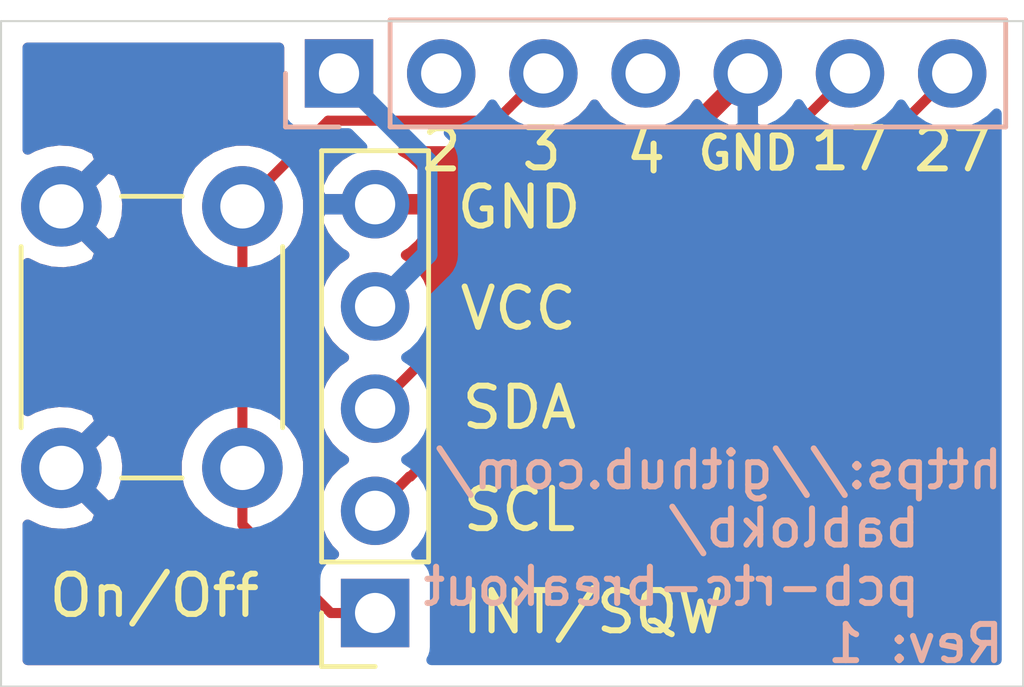
<source format=kicad_pcb>
(kicad_pcb (version 20171130) (host pcbnew 5.1.5-5.1.5)

  (general
    (thickness 1.6)
    (drawings 18)
    (tracks 21)
    (zones 0)
    (modules 3)
    (nets 8)
  )

  (page A4)
  (layers
    (0 F.Cu signal)
    (31 B.Cu signal)
    (32 B.Adhes user)
    (33 F.Adhes user)
    (34 B.Paste user)
    (35 F.Paste user)
    (36 B.SilkS user)
    (37 F.SilkS user)
    (38 B.Mask user)
    (39 F.Mask user)
    (40 Dwgs.User user)
    (41 Cmts.User user)
    (42 Eco1.User user)
    (43 Eco2.User user)
    (44 Edge.Cuts user)
    (45 Margin user)
    (46 B.CrtYd user)
    (47 F.CrtYd user)
    (48 B.Fab user)
    (49 F.Fab user)
  )

  (setup
    (last_trace_width 0.25)
    (trace_clearance 0.2)
    (zone_clearance 0.508)
    (zone_45_only no)
    (trace_min 0.2)
    (via_size 0.8)
    (via_drill 0.4)
    (via_min_size 0.4)
    (via_min_drill 0.3)
    (uvia_size 0.3)
    (uvia_drill 0.1)
    (uvias_allowed no)
    (uvia_min_size 0.2)
    (uvia_min_drill 0.1)
    (edge_width 0.05)
    (segment_width 0.2)
    (pcb_text_width 0.3)
    (pcb_text_size 1.5 1.5)
    (mod_edge_width 0.12)
    (mod_text_size 1 1)
    (mod_text_width 0.15)
    (pad_size 1.524 1.524)
    (pad_drill 0.762)
    (pad_to_mask_clearance 0.051)
    (solder_mask_min_width 0.25)
    (aux_axis_origin 0 0)
    (visible_elements FFFFFF7F)
    (pcbplotparams
      (layerselection 0x010fc_ffffffff)
      (usegerberextensions false)
      (usegerberattributes false)
      (usegerberadvancedattributes false)
      (creategerberjobfile false)
      (excludeedgelayer true)
      (linewidth 0.100000)
      (plotframeref false)
      (viasonmask false)
      (mode 1)
      (useauxorigin false)
      (hpglpennumber 1)
      (hpglpenspeed 20)
      (hpglpendiameter 15.000000)
      (psnegative false)
      (psa4output false)
      (plotreference true)
      (plotvalue true)
      (plotinvisibletext false)
      (padsonsilk false)
      (subtractmaskfromsilk false)
      (outputformat 1)
      (mirror false)
      (drillshape 1)
      (scaleselection 1)
      (outputdirectory ""))
  )

  (net 0 "")
  (net 1 "Net-(J1-Pad7)")
  (net 2 "Net-(J1-Pad6)")
  (net 3 GND)
  (net 4 "Net-(J1-Pad4)")
  (net 5 "Net-(J1-Pad3)")
  (net 6 "Net-(J1-Pad2)")
  (net 7 +3V3)

  (net_class Default "Dies ist die voreingestellte Netzklasse."
    (clearance 0.2)
    (trace_width 0.25)
    (via_dia 0.8)
    (via_drill 0.4)
    (uvia_dia 0.3)
    (uvia_drill 0.1)
    (add_net "Net-(J1-Pad2)")
    (add_net "Net-(J1-Pad3)")
    (add_net "Net-(J1-Pad4)")
    (add_net "Net-(J1-Pad6)")
    (add_net "Net-(J1-Pad7)")
  )

  (net_class +3V3 ""
    (clearance 0.2)
    (trace_width 0.5)
    (via_dia 0.8)
    (via_drill 0.4)
    (uvia_dia 0.3)
    (uvia_drill 0.1)
    (add_net +3V3)
  )

  (net_class GND ""
    (clearance 0.2)
    (trace_width 0.5)
    (via_dia 0.8)
    (via_drill 0.4)
    (uvia_dia 0.3)
    (uvia_drill 0.1)
    (add_net GND)
  )

  (module Button_Switch_THT:SW_PUSH_6mm (layer F.Cu) (tedit 5A02FE31) (tstamp 5EE8FDC7)
    (at 87.3506 64.6938 90)
    (descr https://www.omron.com/ecb/products/pdf/en-b3f.pdf)
    (tags "tact sw push 6mm")
    (path /5EE93F10)
    (fp_text reference SW1 (at 3.25 -2 90) (layer F.SilkS) hide
      (effects (font (size 1 1) (thickness 0.15)))
    )
    (fp_text value SW_Push (at 3.75 6.7 90) (layer F.Fab)
      (effects (font (size 1 1) (thickness 0.15)))
    )
    (fp_circle (center 3.25 2.25) (end 1.25 2.5) (layer F.Fab) (width 0.1))
    (fp_line (start 6.75 3) (end 6.75 1.5) (layer F.SilkS) (width 0.12))
    (fp_line (start 5.5 -1) (end 1 -1) (layer F.SilkS) (width 0.12))
    (fp_line (start -0.25 1.5) (end -0.25 3) (layer F.SilkS) (width 0.12))
    (fp_line (start 1 5.5) (end 5.5 5.5) (layer F.SilkS) (width 0.12))
    (fp_line (start 8 -1.25) (end 8 5.75) (layer F.CrtYd) (width 0.05))
    (fp_line (start 7.75 6) (end -1.25 6) (layer F.CrtYd) (width 0.05))
    (fp_line (start -1.5 5.75) (end -1.5 -1.25) (layer F.CrtYd) (width 0.05))
    (fp_line (start -1.25 -1.5) (end 7.75 -1.5) (layer F.CrtYd) (width 0.05))
    (fp_line (start -1.5 6) (end -1.25 6) (layer F.CrtYd) (width 0.05))
    (fp_line (start -1.5 5.75) (end -1.5 6) (layer F.CrtYd) (width 0.05))
    (fp_line (start -1.5 -1.5) (end -1.25 -1.5) (layer F.CrtYd) (width 0.05))
    (fp_line (start -1.5 -1.25) (end -1.5 -1.5) (layer F.CrtYd) (width 0.05))
    (fp_line (start 8 -1.5) (end 8 -1.25) (layer F.CrtYd) (width 0.05))
    (fp_line (start 7.75 -1.5) (end 8 -1.5) (layer F.CrtYd) (width 0.05))
    (fp_line (start 8 6) (end 8 5.75) (layer F.CrtYd) (width 0.05))
    (fp_line (start 7.75 6) (end 8 6) (layer F.CrtYd) (width 0.05))
    (fp_line (start 0.25 -0.75) (end 3.25 -0.75) (layer F.Fab) (width 0.1))
    (fp_line (start 0.25 5.25) (end 0.25 -0.75) (layer F.Fab) (width 0.1))
    (fp_line (start 6.25 5.25) (end 0.25 5.25) (layer F.Fab) (width 0.1))
    (fp_line (start 6.25 -0.75) (end 6.25 5.25) (layer F.Fab) (width 0.1))
    (fp_line (start 3.25 -0.75) (end 6.25 -0.75) (layer F.Fab) (width 0.1))
    (fp_text user %R (at 3.25 2.25 90) (layer F.Fab)
      (effects (font (size 1 1) (thickness 0.15)))
    )
    (pad 1 thru_hole circle (at 6.5 0 180) (size 2 2) (drill 1.1) (layers *.Cu *.Mask)
      (net 3 GND))
    (pad 2 thru_hole circle (at 6.5 4.5 180) (size 2 2) (drill 1.1) (layers *.Cu *.Mask)
      (net 5 "Net-(J1-Pad3)"))
    (pad 1 thru_hole circle (at 0 0 180) (size 2 2) (drill 1.1) (layers *.Cu *.Mask)
      (net 3 GND))
    (pad 2 thru_hole circle (at 0 4.5 180) (size 2 2) (drill 1.1) (layers *.Cu *.Mask)
      (net 5 "Net-(J1-Pad3)"))
    (model ${KISYS3DMOD}/Button_Switch_THT.3dshapes/SW_PUSH_6mm.wrl
      (at (xyz 0 0 0))
      (scale (xyz 1 1 1))
      (rotate (xyz 0 0 0))
    )
  )

  (module Connector_PinSocket_2.54mm:PinSocket_1x05_P2.54mm_Vertical (layer F.Cu) (tedit 5A19A420) (tstamp 5EE8FDA8)
    (at 95.1484 68.3006 180)
    (descr "Through hole straight socket strip, 1x05, 2.54mm pitch, single row (from Kicad 4.0.7), script generated")
    (tags "Through hole socket strip THT 1x05 2.54mm single row")
    (path /5EE89CFF)
    (fp_text reference J2 (at 0 -2.77) (layer F.SilkS) hide
      (effects (font (size 1 1) (thickness 0.15)))
    )
    (fp_text value RTC (at 0 12.93) (layer F.Fab)
      (effects (font (size 1 1) (thickness 0.15)))
    )
    (fp_text user %R (at 0 5.08 90) (layer F.Fab)
      (effects (font (size 1 1) (thickness 0.15)))
    )
    (fp_line (start -1.8 11.9) (end -1.8 -1.8) (layer F.CrtYd) (width 0.05))
    (fp_line (start 1.75 11.9) (end -1.8 11.9) (layer F.CrtYd) (width 0.05))
    (fp_line (start 1.75 -1.8) (end 1.75 11.9) (layer F.CrtYd) (width 0.05))
    (fp_line (start -1.8 -1.8) (end 1.75 -1.8) (layer F.CrtYd) (width 0.05))
    (fp_line (start 0 -1.33) (end 1.33 -1.33) (layer F.SilkS) (width 0.12))
    (fp_line (start 1.33 -1.33) (end 1.33 0) (layer F.SilkS) (width 0.12))
    (fp_line (start 1.33 1.27) (end 1.33 11.49) (layer F.SilkS) (width 0.12))
    (fp_line (start -1.33 11.49) (end 1.33 11.49) (layer F.SilkS) (width 0.12))
    (fp_line (start -1.33 1.27) (end -1.33 11.49) (layer F.SilkS) (width 0.12))
    (fp_line (start -1.33 1.27) (end 1.33 1.27) (layer F.SilkS) (width 0.12))
    (fp_line (start -1.27 11.43) (end -1.27 -1.27) (layer F.Fab) (width 0.1))
    (fp_line (start 1.27 11.43) (end -1.27 11.43) (layer F.Fab) (width 0.1))
    (fp_line (start 1.27 -0.635) (end 1.27 11.43) (layer F.Fab) (width 0.1))
    (fp_line (start 0.635 -1.27) (end 1.27 -0.635) (layer F.Fab) (width 0.1))
    (fp_line (start -1.27 -1.27) (end 0.635 -1.27) (layer F.Fab) (width 0.1))
    (pad 5 thru_hole oval (at 0 10.16 180) (size 1.7 1.7) (drill 1) (layers *.Cu *.Mask)
      (net 3 GND))
    (pad 4 thru_hole oval (at 0 7.62 180) (size 1.7 1.7) (drill 1) (layers *.Cu *.Mask)
      (net 7 +3V3))
    (pad 3 thru_hole oval (at 0 5.08 180) (size 1.7 1.7) (drill 1) (layers *.Cu *.Mask)
      (net 2 "Net-(J1-Pad6)"))
    (pad 2 thru_hole oval (at 0 2.54 180) (size 1.7 1.7) (drill 1) (layers *.Cu *.Mask)
      (net 1 "Net-(J1-Pad7)"))
    (pad 1 thru_hole rect (at 0 0 180) (size 1.7 1.7) (drill 1) (layers *.Cu *.Mask)
      (net 5 "Net-(J1-Pad3)"))
    (model ${KISYS3DMOD}/Connector_PinSocket_2.54mm.3dshapes/PinSocket_1x05_P2.54mm_Vertical.wrl
      (at (xyz 0 0 0))
      (scale (xyz 1 1 1))
      (rotate (xyz 0 0 0))
    )
  )

  (module Connector_PinSocket_2.54mm:PinSocket_1x07_P2.54mm_Vertical (layer B.Cu) (tedit 5A19A433) (tstamp 5EE8FD8F)
    (at 94.2516 54.8894 270)
    (descr "Through hole straight socket strip, 1x07, 2.54mm pitch, single row (from Kicad 4.0.7), script generated")
    (tags "Through hole socket strip THT 1x07 2.54mm single row")
    (path /5EE8A990)
    (fp_text reference J1 (at 0 2.77 270) (layer B.SilkS) hide
      (effects (font (size 1 1) (thickness 0.15)) (justify mirror))
    )
    (fp_text value Pi (at 0 -18.01 270) (layer B.Fab) hide
      (effects (font (size 1 1) (thickness 0.15)) (justify mirror))
    )
    (fp_text user %R (at 0 -7.62) (layer B.Fab)
      (effects (font (size 1 1) (thickness 0.15)) (justify mirror))
    )
    (fp_line (start -1.8 -17) (end -1.8 1.8) (layer B.CrtYd) (width 0.05))
    (fp_line (start 1.75 -17) (end -1.8 -17) (layer B.CrtYd) (width 0.05))
    (fp_line (start 1.75 1.8) (end 1.75 -17) (layer B.CrtYd) (width 0.05))
    (fp_line (start -1.8 1.8) (end 1.75 1.8) (layer B.CrtYd) (width 0.05))
    (fp_line (start 0 1.33) (end 1.33 1.33) (layer B.SilkS) (width 0.12))
    (fp_line (start 1.33 1.33) (end 1.33 0) (layer B.SilkS) (width 0.12))
    (fp_line (start 1.33 -1.27) (end 1.33 -16.57) (layer B.SilkS) (width 0.12))
    (fp_line (start -1.33 -16.57) (end 1.33 -16.57) (layer B.SilkS) (width 0.12))
    (fp_line (start -1.33 -1.27) (end -1.33 -16.57) (layer B.SilkS) (width 0.12))
    (fp_line (start -1.33 -1.27) (end 1.33 -1.27) (layer B.SilkS) (width 0.12))
    (fp_line (start -1.27 -16.51) (end -1.27 1.27) (layer B.Fab) (width 0.1))
    (fp_line (start 1.27 -16.51) (end -1.27 -16.51) (layer B.Fab) (width 0.1))
    (fp_line (start 1.27 0.635) (end 1.27 -16.51) (layer B.Fab) (width 0.1))
    (fp_line (start 0.635 1.27) (end 1.27 0.635) (layer B.Fab) (width 0.1))
    (fp_line (start -1.27 1.27) (end 0.635 1.27) (layer B.Fab) (width 0.1))
    (pad 7 thru_hole oval (at 0 -15.24 270) (size 1.7 1.7) (drill 1) (layers *.Cu *.Mask)
      (net 1 "Net-(J1-Pad7)"))
    (pad 6 thru_hole oval (at 0 -12.7 270) (size 1.7 1.7) (drill 1) (layers *.Cu *.Mask)
      (net 2 "Net-(J1-Pad6)"))
    (pad 5 thru_hole oval (at 0 -10.16 270) (size 1.7 1.7) (drill 1) (layers *.Cu *.Mask)
      (net 3 GND))
    (pad 4 thru_hole oval (at 0 -7.62 270) (size 1.7 1.7) (drill 1) (layers *.Cu *.Mask)
      (net 4 "Net-(J1-Pad4)"))
    (pad 3 thru_hole oval (at 0 -5.08 270) (size 1.7 1.7) (drill 1) (layers *.Cu *.Mask)
      (net 5 "Net-(J1-Pad3)"))
    (pad 2 thru_hole oval (at 0 -2.54 270) (size 1.7 1.7) (drill 1) (layers *.Cu *.Mask)
      (net 6 "Net-(J1-Pad2)"))
    (pad 1 thru_hole rect (at 0 0 270) (size 1.7 1.7) (drill 1) (layers *.Cu *.Mask)
      (net 7 +3V3))
    (model ${KISYS3DMOD}/Connector_PinSocket_2.54mm.3dshapes/PinSocket_1x07_P2.54mm_Vertical.wrl
      (at (xyz 0 0 0))
      (scale (xyz 1 1 1))
      (rotate (xyz 0 0 0))
    )
  )

  (gr_text On/Off (at 89.662 67.8688) (layer F.SilkS)
    (effects (font (size 1 1) (thickness 0.15)))
  )
  (gr_text 27 (at 109.4994 56.7944) (layer F.SilkS)
    (effects (font (size 1 1) (thickness 0.15)))
  )
  (gr_text 17 (at 106.934 56.769) (layer F.SilkS)
    (effects (font (size 1 1) (thickness 0.15)))
  )
  (gr_text GND (at 104.4194 56.8706) (layer F.SilkS)
    (effects (font (size 0.8 0.8) (thickness 0.15)))
  )
  (gr_text 4 (at 101.8794 56.8452) (layer F.SilkS)
    (effects (font (size 1 1) (thickness 0.15)))
  )
  (gr_text 3 (at 99.2886 56.769) (layer F.SilkS)
    (effects (font (size 1 1) (thickness 0.15)))
  )
  (gr_text 2 (at 96.7994 56.7944) (layer F.SilkS)
    (effects (font (size 1 1) (thickness 0.15)))
  )
  (gr_text "Rev: 1" (at 110.8456 69.0626) (layer B.SilkS)
    (effects (font (size 0.9 0.9) (thickness 0.15)) (justify left mirror))
  )
  (gr_text "https://github.com/\n   bablokb/\n   pcb-rtc-breakout" (at 110.8202 66.1924) (layer B.SilkS)
    (effects (font (size 0.9 0.9) (thickness 0.15)) (justify left mirror))
  )
  (gr_text INT/SQW (at 97.2312 68.2752) (layer F.SilkS) (tstamp 5EE9030B)
    (effects (font (size 1 1) (thickness 0.15)) (justify left))
  )
  (gr_text SCL (at 97.2566 65.7352) (layer F.SilkS) (tstamp 5EE9030B)
    (effects (font (size 1 1) (thickness 0.15)) (justify left))
  )
  (gr_text SDA (at 97.2312 63.1952) (layer F.SilkS) (tstamp 5EE9030B)
    (effects (font (size 1 1) (thickness 0.15)) (justify left))
  )
  (gr_text VCC (at 97.1804 60.7314) (layer F.SilkS) (tstamp 5EE9030B)
    (effects (font (size 1 1) (thickness 0.15)) (justify left))
  )
  (gr_text GND (at 97.1042 58.2168) (layer F.SilkS)
    (effects (font (size 1 1) (thickness 0.15)) (justify left))
  )
  (gr_line (start 111.2554 53.5894) (end 111.2554 70.1294) (layer Edge.Cuts) (width 0.05))
  (gr_line (start 85.852 53.5894) (end 85.852 70.1294) (layer Edge.Cuts) (width 0.05) (tstamp 5EE90242))
  (gr_line (start 85.852 70.1294) (end 111.2554 70.1294) (layer Edge.Cuts) (width 0.05) (tstamp 5EE9023C))
  (gr_line (start 85.852 53.5894) (end 111.2554 53.5894) (layer Edge.Cuts) (width 0.05))

  (segment (start 95.998399 64.910601) (end 96.023799 64.910601) (width 0.25) (layer F.Cu) (net 1))
  (segment (start 95.1484 65.7606) (end 95.998399 64.910601) (width 0.25) (layer F.Cu) (net 1))
  (segment (start 96.023799 64.910601) (end 99.4664 61.468) (width 0.25) (layer F.Cu) (net 1))
  (segment (start 102.913 61.468) (end 109.4916 54.8894) (width 0.25) (layer F.Cu) (net 1))
  (segment (start 99.4664 61.468) (end 102.913 61.468) (width 0.25) (layer F.Cu) (net 1))
  (segment (start 95.1484 63.2206) (end 99.4664 58.9026) (width 0.25) (layer F.Cu) (net 2))
  (segment (start 102.9384 58.9026) (end 106.9516 54.8894) (width 0.25) (layer F.Cu) (net 2))
  (segment (start 99.4664 58.9026) (end 102.9384 58.9026) (width 0.25) (layer F.Cu) (net 2))
  (segment (start 101.1604 58.1406) (end 104.4116 54.8894) (width 0.5) (layer F.Cu) (net 3))
  (segment (start 95.1484 58.1406) (end 101.1604 58.1406) (width 0.5) (layer F.Cu) (net 3))
  (segment (start 91.8506 66.1028) (end 91.8506 64.6938) (width 0.25) (layer F.Cu) (net 5))
  (segment (start 94.0484 68.3006) (end 91.8506 66.1028) (width 0.25) (layer F.Cu) (net 5))
  (segment (start 95.1484 68.3006) (end 94.0484 68.3006) (width 0.25) (layer F.Cu) (net 5))
  (segment (start 91.8506 64.6938) (end 91.8506 58.1938) (width 0.25) (layer F.Cu) (net 5))
  (segment (start 93.979999 56.064401) (end 98.156599 56.064401) (width 0.25) (layer F.Cu) (net 5))
  (segment (start 98.481601 55.739399) (end 99.3316 54.8894) (width 0.25) (layer F.Cu) (net 5))
  (segment (start 98.156599 56.064401) (end 98.481601 55.739399) (width 0.25) (layer F.Cu) (net 5))
  (segment (start 91.8506 58.1938) (end 93.979999 56.064401) (width 0.25) (layer F.Cu) (net 5))
  (segment (start 96.448401 59.380599) (end 96.448401 57.086201) (width 0.5) (layer B.Cu) (net 7))
  (segment (start 96.448401 57.086201) (end 94.2516 54.8894) (width 0.5) (layer B.Cu) (net 7))
  (segment (start 95.1484 60.6806) (end 96.448401 59.380599) (width 0.5) (layer B.Cu) (net 7))

  (zone (net 3) (net_name GND) (layer B.Cu) (tstamp 0) (hatch edge 0.508)
    (connect_pads (clearance 0.508))
    (min_thickness 0.254)
    (fill yes (arc_segments 32) (thermal_gap 0.508) (thermal_bridge_width 0.508))
    (polygon
      (pts
        (xy 111.2266 53.6448) (xy 111.1758 70.104) (xy 85.9282 70.0532) (xy 85.8774 53.594)
      )
    )
    (filled_polygon
      (pts
        (xy 104.5386 54.7624) (xy 104.5586 54.7624) (xy 104.5586 55.0164) (xy 104.5386 55.0164) (xy 104.5386 56.209555)
        (xy 104.76849 56.330876) (xy 104.915699 56.286225) (xy 105.17852 56.161041) (xy 105.411869 55.986988) (xy 105.606778 55.770755)
        (xy 105.676405 55.653866) (xy 105.798125 55.836032) (xy 106.004968 56.042875) (xy 106.248189 56.20539) (xy 106.518442 56.317332)
        (xy 106.80534 56.3744) (xy 107.09786 56.3744) (xy 107.384758 56.317332) (xy 107.655011 56.20539) (xy 107.898232 56.042875)
        (xy 108.105075 55.836032) (xy 108.2216 55.66164) (xy 108.338125 55.836032) (xy 108.544968 56.042875) (xy 108.788189 56.20539)
        (xy 109.058442 56.317332) (xy 109.34534 56.3744) (xy 109.63786 56.3744) (xy 109.924758 56.317332) (xy 110.195011 56.20539)
        (xy 110.438232 56.042875) (xy 110.5954 55.885707) (xy 110.595401 69.4694) (xy 96.548016 69.4694) (xy 96.587902 69.39478)
        (xy 96.624212 69.275082) (xy 96.636472 69.1506) (xy 96.636472 67.4506) (xy 96.624212 67.326118) (xy 96.587902 67.20642)
        (xy 96.528937 67.096106) (xy 96.449585 66.999415) (xy 96.352894 66.920063) (xy 96.24258 66.861098) (xy 96.17002 66.839087)
        (xy 96.301875 66.707232) (xy 96.46439 66.464011) (xy 96.576332 66.193758) (xy 96.6334 65.90686) (xy 96.6334 65.61434)
        (xy 96.576332 65.327442) (xy 96.46439 65.057189) (xy 96.301875 64.813968) (xy 96.095032 64.607125) (xy 95.92064 64.4906)
        (xy 96.095032 64.374075) (xy 96.301875 64.167232) (xy 96.46439 63.924011) (xy 96.576332 63.653758) (xy 96.6334 63.36686)
        (xy 96.6334 63.07434) (xy 96.576332 62.787442) (xy 96.46439 62.517189) (xy 96.301875 62.273968) (xy 96.095032 62.067125)
        (xy 95.92064 61.9506) (xy 96.095032 61.834075) (xy 96.301875 61.627232) (xy 96.46439 61.384011) (xy 96.576332 61.113758)
        (xy 96.6334 60.82686) (xy 96.6334 60.53434) (xy 96.618939 60.46164) (xy 97.043451 60.037128) (xy 97.077218 60.009416)
        (xy 97.187812 59.874658) (xy 97.26999 59.720912) (xy 97.320596 59.554089) (xy 97.333401 59.424076) (xy 97.333401 59.424066)
        (xy 97.337682 59.3806) (xy 97.333401 59.337133) (xy 97.333401 57.12967) (xy 97.337682 57.086201) (xy 97.333401 57.042732)
        (xy 97.333401 57.042724) (xy 97.320596 56.912711) (xy 97.26999 56.745888) (xy 97.187812 56.592142) (xy 97.104933 56.491154)
        (xy 97.104931 56.491152) (xy 97.077218 56.457384) (xy 97.04345 56.429671) (xy 96.97983 56.366051) (xy 97.224758 56.317332)
        (xy 97.495011 56.20539) (xy 97.738232 56.042875) (xy 97.945075 55.836032) (xy 98.0616 55.66164) (xy 98.178125 55.836032)
        (xy 98.384968 56.042875) (xy 98.628189 56.20539) (xy 98.898442 56.317332) (xy 99.18534 56.3744) (xy 99.47786 56.3744)
        (xy 99.764758 56.317332) (xy 100.035011 56.20539) (xy 100.278232 56.042875) (xy 100.485075 55.836032) (xy 100.6016 55.66164)
        (xy 100.718125 55.836032) (xy 100.924968 56.042875) (xy 101.168189 56.20539) (xy 101.438442 56.317332) (xy 101.72534 56.3744)
        (xy 102.01786 56.3744) (xy 102.304758 56.317332) (xy 102.575011 56.20539) (xy 102.818232 56.042875) (xy 103.025075 55.836032)
        (xy 103.146795 55.653866) (xy 103.216422 55.770755) (xy 103.411331 55.986988) (xy 103.64468 56.161041) (xy 103.907501 56.286225)
        (xy 104.05471 56.330876) (xy 104.2846 56.209555) (xy 104.2846 55.0164) (xy 104.2646 55.0164) (xy 104.2646 54.7624)
        (xy 104.2846 54.7624) (xy 104.2846 54.7424) (xy 104.5386 54.7424)
      )
    )
    (filled_polygon
      (pts
        (xy 92.763528 55.7394) (xy 92.775788 55.863882) (xy 92.812098 55.98358) (xy 92.871063 56.093894) (xy 92.950415 56.190585)
        (xy 93.047106 56.269937) (xy 93.15742 56.328902) (xy 93.277118 56.365212) (xy 93.4016 56.377472) (xy 94.488094 56.377472)
        (xy 94.829882 56.71926) (xy 94.791509 56.699119) (xy 94.517148 56.796443) (xy 94.267045 56.945422) (xy 94.050812 57.140331)
        (xy 93.876759 57.37368) (xy 93.751575 57.636501) (xy 93.706924 57.78371) (xy 93.828245 58.0136) (xy 95.0214 58.0136)
        (xy 95.0214 57.9936) (xy 95.2754 57.9936) (xy 95.2754 58.0136) (xy 95.2954 58.0136) (xy 95.2954 58.2676)
        (xy 95.2754 58.2676) (xy 95.2754 58.2876) (xy 95.0214 58.2876) (xy 95.0214 58.2676) (xy 93.828245 58.2676)
        (xy 93.706924 58.49749) (xy 93.751575 58.644699) (xy 93.876759 58.90752) (xy 94.050812 59.140869) (xy 94.267045 59.335778)
        (xy 94.383934 59.405405) (xy 94.201768 59.527125) (xy 93.994925 59.733968) (xy 93.83241 59.977189) (xy 93.720468 60.247442)
        (xy 93.6634 60.53434) (xy 93.6634 60.82686) (xy 93.720468 61.113758) (xy 93.83241 61.384011) (xy 93.994925 61.627232)
        (xy 94.201768 61.834075) (xy 94.37616 61.9506) (xy 94.201768 62.067125) (xy 93.994925 62.273968) (xy 93.83241 62.517189)
        (xy 93.720468 62.787442) (xy 93.6634 63.07434) (xy 93.6634 63.36686) (xy 93.720468 63.653758) (xy 93.83241 63.924011)
        (xy 93.994925 64.167232) (xy 94.201768 64.374075) (xy 94.37616 64.4906) (xy 94.201768 64.607125) (xy 93.994925 64.813968)
        (xy 93.83241 65.057189) (xy 93.720468 65.327442) (xy 93.6634 65.61434) (xy 93.6634 65.90686) (xy 93.720468 66.193758)
        (xy 93.83241 66.464011) (xy 93.994925 66.707232) (xy 94.12678 66.839087) (xy 94.05422 66.861098) (xy 93.943906 66.920063)
        (xy 93.847215 66.999415) (xy 93.767863 67.096106) (xy 93.708898 67.20642) (xy 93.672588 67.326118) (xy 93.660328 67.4506)
        (xy 93.660328 69.1506) (xy 93.672588 69.275082) (xy 93.708898 69.39478) (xy 93.748784 69.4694) (xy 86.512 69.4694)
        (xy 86.512 66.104046) (xy 86.780171 66.234504) (xy 87.091708 66.316184) (xy 87.413195 66.335518) (xy 87.732275 66.291761)
        (xy 88.036688 66.186595) (xy 88.210644 66.093614) (xy 88.306408 65.829213) (xy 87.3506 64.873405) (xy 87.336458 64.887548)
        (xy 87.156853 64.707943) (xy 87.170995 64.6938) (xy 87.530205 64.6938) (xy 88.486013 65.649608) (xy 88.750414 65.553844)
        (xy 88.891304 65.264229) (xy 88.972984 64.952692) (xy 88.992318 64.631205) (xy 88.978819 64.532767) (xy 90.2156 64.532767)
        (xy 90.2156 64.854833) (xy 90.278432 65.170712) (xy 90.401682 65.468263) (xy 90.580613 65.736052) (xy 90.808348 65.963787)
        (xy 91.076137 66.142718) (xy 91.373688 66.265968) (xy 91.689567 66.3288) (xy 92.011633 66.3288) (xy 92.327512 66.265968)
        (xy 92.625063 66.142718) (xy 92.892852 65.963787) (xy 93.120587 65.736052) (xy 93.299518 65.468263) (xy 93.422768 65.170712)
        (xy 93.4856 64.854833) (xy 93.4856 64.532767) (xy 93.422768 64.216888) (xy 93.299518 63.919337) (xy 93.120587 63.651548)
        (xy 92.892852 63.423813) (xy 92.625063 63.244882) (xy 92.327512 63.121632) (xy 92.011633 63.0588) (xy 91.689567 63.0588)
        (xy 91.373688 63.121632) (xy 91.076137 63.244882) (xy 90.808348 63.423813) (xy 90.580613 63.651548) (xy 90.401682 63.919337)
        (xy 90.278432 64.216888) (xy 90.2156 64.532767) (xy 88.978819 64.532767) (xy 88.948561 64.312125) (xy 88.843395 64.007712)
        (xy 88.750414 63.833756) (xy 88.486013 63.737992) (xy 87.530205 64.6938) (xy 87.170995 64.6938) (xy 87.156853 64.679658)
        (xy 87.336458 64.500053) (xy 87.3506 64.514195) (xy 88.306408 63.558387) (xy 88.210644 63.293986) (xy 87.921029 63.153096)
        (xy 87.609492 63.071416) (xy 87.288005 63.052082) (xy 86.968925 63.095839) (xy 86.664512 63.201005) (xy 86.512 63.282524)
        (xy 86.512 59.604046) (xy 86.780171 59.734504) (xy 87.091708 59.816184) (xy 87.413195 59.835518) (xy 87.732275 59.791761)
        (xy 88.036688 59.686595) (xy 88.210644 59.593614) (xy 88.306408 59.329213) (xy 87.3506 58.373405) (xy 87.336458 58.387548)
        (xy 87.156853 58.207943) (xy 87.170995 58.1938) (xy 87.530205 58.1938) (xy 88.486013 59.149608) (xy 88.750414 59.053844)
        (xy 88.891304 58.764229) (xy 88.972984 58.452692) (xy 88.992318 58.131205) (xy 88.978819 58.032767) (xy 90.2156 58.032767)
        (xy 90.2156 58.354833) (xy 90.278432 58.670712) (xy 90.401682 58.968263) (xy 90.580613 59.236052) (xy 90.808348 59.463787)
        (xy 91.076137 59.642718) (xy 91.373688 59.765968) (xy 91.689567 59.8288) (xy 92.011633 59.8288) (xy 92.327512 59.765968)
        (xy 92.625063 59.642718) (xy 92.892852 59.463787) (xy 93.120587 59.236052) (xy 93.299518 58.968263) (xy 93.422768 58.670712)
        (xy 93.4856 58.354833) (xy 93.4856 58.032767) (xy 93.422768 57.716888) (xy 93.299518 57.419337) (xy 93.120587 57.151548)
        (xy 92.892852 56.923813) (xy 92.625063 56.744882) (xy 92.327512 56.621632) (xy 92.011633 56.5588) (xy 91.689567 56.5588)
        (xy 91.373688 56.621632) (xy 91.076137 56.744882) (xy 90.808348 56.923813) (xy 90.580613 57.151548) (xy 90.401682 57.419337)
        (xy 90.278432 57.716888) (xy 90.2156 58.032767) (xy 88.978819 58.032767) (xy 88.948561 57.812125) (xy 88.843395 57.507712)
        (xy 88.750414 57.333756) (xy 88.486013 57.237992) (xy 87.530205 58.1938) (xy 87.170995 58.1938) (xy 87.156853 58.179658)
        (xy 87.336458 58.000053) (xy 87.3506 58.014195) (xy 88.306408 57.058387) (xy 88.210644 56.793986) (xy 87.921029 56.653096)
        (xy 87.609492 56.571416) (xy 87.288005 56.552082) (xy 86.968925 56.595839) (xy 86.664512 56.701005) (xy 86.512 56.782524)
        (xy 86.512 54.2494) (xy 92.763528 54.2494)
      )
    )
  )
  (zone (net 3) (net_name GND) (layer F.Cu) (tstamp 0) (hatch edge 0.508)
    (connect_pads (clearance 0.508))
    (min_thickness 0.254)
    (fill yes (arc_segments 32) (thermal_gap 0.508) (thermal_bridge_width 0.508))
    (polygon
      (pts
        (xy 111.2266 53.6448) (xy 111.2266 70.0786) (xy 85.9282 70.0532) (xy 85.8774 53.594)
      )
    )
    (filled_polygon
      (pts
        (xy 92.763528 55.7394) (xy 92.775788 55.863882) (xy 92.812098 55.98358) (xy 92.871063 56.093894) (xy 92.873155 56.096443)
        (xy 92.341976 56.627623) (xy 92.327512 56.621632) (xy 92.011633 56.5588) (xy 91.689567 56.5588) (xy 91.373688 56.621632)
        (xy 91.076137 56.744882) (xy 90.808348 56.923813) (xy 90.580613 57.151548) (xy 90.401682 57.419337) (xy 90.278432 57.716888)
        (xy 90.2156 58.032767) (xy 90.2156 58.354833) (xy 90.278432 58.670712) (xy 90.401682 58.968263) (xy 90.580613 59.236052)
        (xy 90.808348 59.463787) (xy 91.076137 59.642718) (xy 91.090601 59.648709) (xy 91.0906 63.238891) (xy 91.076137 63.244882)
        (xy 90.808348 63.423813) (xy 90.580613 63.651548) (xy 90.401682 63.919337) (xy 90.278432 64.216888) (xy 90.2156 64.532767)
        (xy 90.2156 64.854833) (xy 90.278432 65.170712) (xy 90.401682 65.468263) (xy 90.580613 65.736052) (xy 90.808348 65.963787)
        (xy 91.076137 66.142718) (xy 91.091481 66.149074) (xy 91.101597 66.251785) (xy 91.121132 66.316184) (xy 91.145054 66.395046)
        (xy 91.215626 66.527076) (xy 91.255471 66.575626) (xy 91.310599 66.642801) (xy 91.339603 66.666604) (xy 93.484601 68.811603)
        (xy 93.508399 68.840601) (xy 93.537397 68.864399) (xy 93.624124 68.935574) (xy 93.660328 68.954926) (xy 93.660328 69.1506)
        (xy 93.672588 69.275082) (xy 93.708898 69.39478) (xy 93.748784 69.4694) (xy 86.512 69.4694) (xy 86.512 66.104046)
        (xy 86.780171 66.234504) (xy 87.091708 66.316184) (xy 87.413195 66.335518) (xy 87.732275 66.291761) (xy 88.036688 66.186595)
        (xy 88.210644 66.093614) (xy 88.306408 65.829213) (xy 87.3506 64.873405) (xy 87.336458 64.887548) (xy 87.156853 64.707943)
        (xy 87.170995 64.6938) (xy 87.530205 64.6938) (xy 88.486013 65.649608) (xy 88.750414 65.553844) (xy 88.891304 65.264229)
        (xy 88.972984 64.952692) (xy 88.992318 64.631205) (xy 88.948561 64.312125) (xy 88.843395 64.007712) (xy 88.750414 63.833756)
        (xy 88.486013 63.737992) (xy 87.530205 64.6938) (xy 87.170995 64.6938) (xy 87.156853 64.679658) (xy 87.336458 64.500053)
        (xy 87.3506 64.514195) (xy 88.306408 63.558387) (xy 88.210644 63.293986) (xy 87.921029 63.153096) (xy 87.609492 63.071416)
        (xy 87.288005 63.052082) (xy 86.968925 63.095839) (xy 86.664512 63.201005) (xy 86.512 63.282524) (xy 86.512 59.604046)
        (xy 86.780171 59.734504) (xy 87.091708 59.816184) (xy 87.413195 59.835518) (xy 87.732275 59.791761) (xy 88.036688 59.686595)
        (xy 88.210644 59.593614) (xy 88.306408 59.329213) (xy 87.3506 58.373405) (xy 87.336458 58.387548) (xy 87.156853 58.207943)
        (xy 87.170995 58.1938) (xy 87.530205 58.1938) (xy 88.486013 59.149608) (xy 88.750414 59.053844) (xy 88.891304 58.764229)
        (xy 88.972984 58.452692) (xy 88.992318 58.131205) (xy 88.948561 57.812125) (xy 88.843395 57.507712) (xy 88.750414 57.333756)
        (xy 88.486013 57.237992) (xy 87.530205 58.1938) (xy 87.170995 58.1938) (xy 87.156853 58.179658) (xy 87.336458 58.000053)
        (xy 87.3506 58.014195) (xy 88.306408 57.058387) (xy 88.210644 56.793986) (xy 87.921029 56.653096) (xy 87.609492 56.571416)
        (xy 87.288005 56.552082) (xy 86.968925 56.595839) (xy 86.664512 56.701005) (xy 86.512 56.782524) (xy 86.512 54.2494)
        (xy 92.763528 54.2494)
      )
    )
    (filled_polygon
      (pts
        (xy 103.216422 55.770755) (xy 103.411331 55.986988) (xy 103.64468 56.161041) (xy 103.907501 56.286225) (xy 104.05471 56.330876)
        (xy 104.284598 56.209556) (xy 104.284598 56.3744) (xy 104.391799 56.3744) (xy 102.623599 58.1426) (xy 99.503722 58.1426)
        (xy 99.466399 58.138924) (xy 99.429076 58.1426) (xy 99.429067 58.1426) (xy 99.317414 58.153597) (xy 99.174153 58.197054)
        (xy 99.042124 58.267626) (xy 98.926399 58.362599) (xy 98.902601 58.391597) (xy 96.6334 60.660799) (xy 96.6334 60.53434)
        (xy 96.576332 60.247442) (xy 96.46439 59.977189) (xy 96.301875 59.733968) (xy 96.095032 59.527125) (xy 95.912866 59.405405)
        (xy 96.029755 59.335778) (xy 96.245988 59.140869) (xy 96.420041 58.90752) (xy 96.545225 58.644699) (xy 96.589876 58.49749)
        (xy 96.468555 58.2676) (xy 95.2754 58.2676) (xy 95.2754 58.2876) (xy 95.0214 58.2876) (xy 95.0214 58.2676)
        (xy 93.828245 58.2676) (xy 93.706924 58.49749) (xy 93.751575 58.644699) (xy 93.876759 58.90752) (xy 94.050812 59.140869)
        (xy 94.267045 59.335778) (xy 94.383934 59.405405) (xy 94.201768 59.527125) (xy 93.994925 59.733968) (xy 93.83241 59.977189)
        (xy 93.720468 60.247442) (xy 93.6634 60.53434) (xy 93.6634 60.82686) (xy 93.720468 61.113758) (xy 93.83241 61.384011)
        (xy 93.994925 61.627232) (xy 94.201768 61.834075) (xy 94.37616 61.9506) (xy 94.201768 62.067125) (xy 93.994925 62.273968)
        (xy 93.83241 62.517189) (xy 93.720468 62.787442) (xy 93.6634 63.07434) (xy 93.6634 63.36686) (xy 93.720468 63.653758)
        (xy 93.83241 63.924011) (xy 93.994925 64.167232) (xy 94.201768 64.374075) (xy 94.37616 64.4906) (xy 94.201768 64.607125)
        (xy 93.994925 64.813968) (xy 93.83241 65.057189) (xy 93.720468 65.327442) (xy 93.6634 65.61434) (xy 93.6634 65.90686)
        (xy 93.720468 66.193758) (xy 93.83241 66.464011) (xy 93.994925 66.707232) (xy 94.12678 66.839087) (xy 94.05422 66.861098)
        (xy 93.943906 66.920063) (xy 93.847215 66.999415) (xy 93.835857 67.013255) (xy 92.829032 66.00643) (xy 92.892852 65.963787)
        (xy 93.120587 65.736052) (xy 93.299518 65.468263) (xy 93.422768 65.170712) (xy 93.4856 64.854833) (xy 93.4856 64.532767)
        (xy 93.422768 64.216888) (xy 93.299518 63.919337) (xy 93.120587 63.651548) (xy 92.892852 63.423813) (xy 92.625063 63.244882)
        (xy 92.6106 63.238891) (xy 92.6106 59.648709) (xy 92.625063 59.642718) (xy 92.892852 59.463787) (xy 93.120587 59.236052)
        (xy 93.299518 58.968263) (xy 93.422768 58.670712) (xy 93.4856 58.354833) (xy 93.4856 58.032767) (xy 93.422768 57.716888)
        (xy 93.416777 57.702424) (xy 94.294801 56.824401) (xy 94.470213 56.824401) (xy 94.267045 56.945422) (xy 94.050812 57.140331)
        (xy 93.876759 57.37368) (xy 93.751575 57.636501) (xy 93.706924 57.78371) (xy 93.828245 58.0136) (xy 95.0214 58.0136)
        (xy 95.0214 57.9936) (xy 95.2754 57.9936) (xy 95.2754 58.0136) (xy 96.468555 58.0136) (xy 96.589876 57.78371)
        (xy 96.545225 57.636501) (xy 96.420041 57.37368) (xy 96.245988 57.140331) (xy 96.029755 56.945422) (xy 95.826587 56.824401)
        (xy 98.119277 56.824401) (xy 98.156599 56.828077) (xy 98.193921 56.824401) (xy 98.193932 56.824401) (xy 98.305585 56.813404)
        (xy 98.448846 56.769947) (xy 98.580875 56.699375) (xy 98.6966 56.604402) (xy 98.720403 56.575398) (xy 98.965192 56.330609)
        (xy 99.18534 56.3744) (xy 99.47786 56.3744) (xy 99.764758 56.317332) (xy 100.035011 56.20539) (xy 100.278232 56.042875)
        (xy 100.485075 55.836032) (xy 100.6016 55.66164) (xy 100.718125 55.836032) (xy 100.924968 56.042875) (xy 101.168189 56.20539)
        (xy 101.438442 56.317332) (xy 101.72534 56.3744) (xy 102.01786 56.3744) (xy 102.304758 56.317332) (xy 102.575011 56.20539)
        (xy 102.818232 56.042875) (xy 103.025075 55.836032) (xy 103.146795 55.653866)
      )
    )
    (filled_polygon
      (pts
        (xy 104.5386 54.7624) (xy 104.5586 54.7624) (xy 104.5586 55.0164) (xy 104.5386 55.0164) (xy 104.5386 55.0364)
        (xy 104.2846 55.0364) (xy 104.2846 55.0164) (xy 104.2646 55.0164) (xy 104.2646 54.7624) (xy 104.2846 54.7624)
        (xy 104.2846 54.7424) (xy 104.5386 54.7424)
      )
    )
  )
)

</source>
